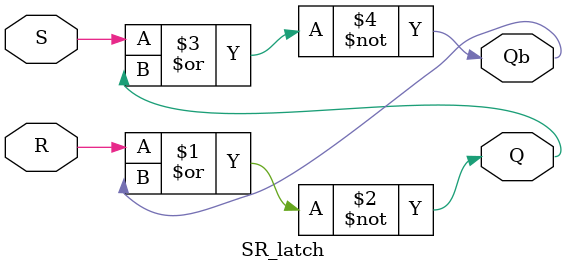
<source format=v>
`timescale 1ns / 1ps


module SR_latch (
    input  R,
    input  S,
    output Q,
    output Qb
);

    assign Q = ~(R|Qb);
    assign Qb = ~(S|Q);

endmodule

</source>
